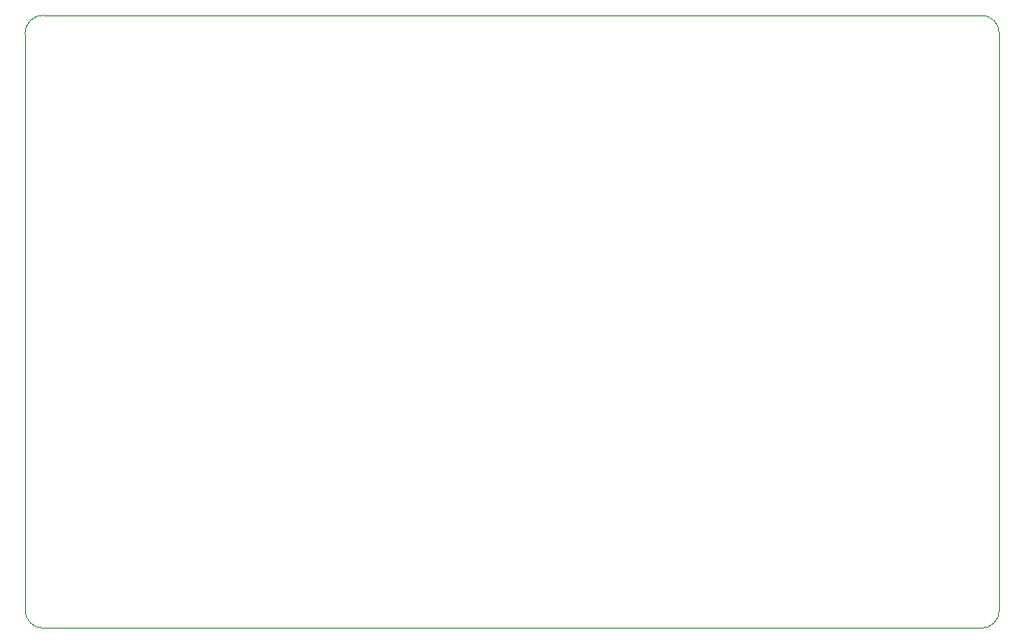
<source format=gbr>
%TF.GenerationSoftware,KiCad,Pcbnew,(5.1.8)-1*%
%TF.CreationDate,2020-11-30T21:01:39-05:00*%
%TF.ProjectId,Relacon,4f666654-7261-46b2-9e6b-696361645f70,1*%
%TF.SameCoordinates,Original*%
%TF.FileFunction,Profile,NP*%
%FSLAX46Y46*%
G04 Gerber Fmt 4.6, Leading zero omitted, Abs format (unit mm)*
G04 Created by KiCad (PCBNEW (5.1.8)-1) date 2020-11-30 21:01:39*
%MOMM*%
%LPD*%
G01*
G04 APERTURE LIST*
%TA.AperFunction,Profile*%
%ADD10C,0.100000*%
%TD*%
G04 APERTURE END LIST*
D10*
X212725000Y-115887500D02*
G75*
G02*
X211137500Y-117475000I-1587500J0D01*
G01*
X211137500Y-63500000D02*
G75*
G02*
X212725000Y-65087500I0J-1587500D01*
G01*
X127000000Y-65087500D02*
G75*
G02*
X128587500Y-63500000I1587500J0D01*
G01*
X128587500Y-117475000D02*
G75*
G02*
X127000000Y-115887500I0J1587500D01*
G01*
X211137500Y-117475000D02*
X128587500Y-117475000D01*
X212725000Y-65087500D02*
X212725000Y-115887500D01*
X128587500Y-63500000D02*
X211137500Y-63500000D01*
X127000000Y-115887500D02*
X127000000Y-65087500D01*
M02*

</source>
